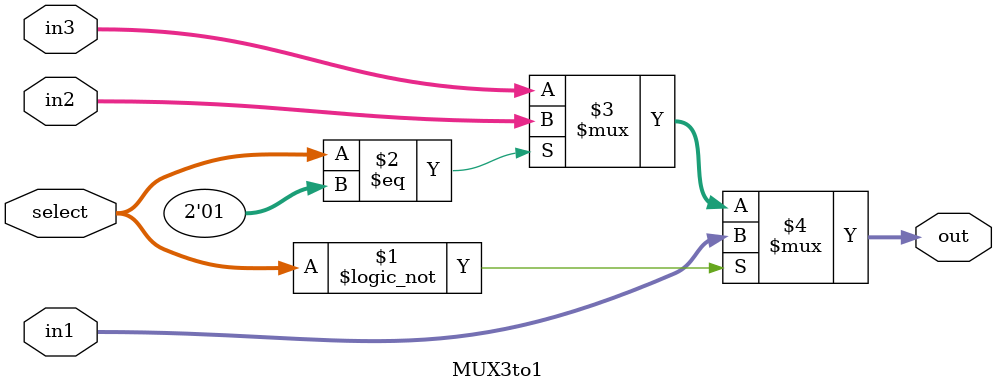
<source format=sv>
module MUX3to1(
	input [31:0] in1,
	input [31:0] in2,
	input [31:0] in3,
	input [1:0] select,
	output logic [31:0] out
	);

assign out = select == (2'b00)? in1:(select ==(2'b01)? in2:in3);

endmodule

</source>
